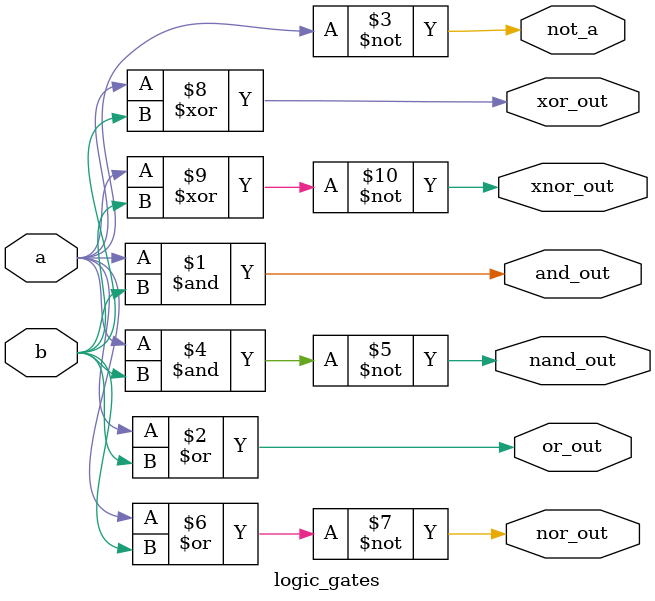
<source format=v>
module logic_gates(
input wire a,
input wire b,
output wire and_out,
output wire or_out,
output wire not_a,
output wire nand_out,
output wire nor_out,
output wire xor_out,
output wire xnor_out
);
 
 assign and_out = a & b;
 assign or_out = a|b;
 assign not_a = ~a;
 assign nand_out = ~(a&b);
 assign nor_out = ~(a|b);
 assign xor_out = a^b;
 assign xnor_out = ~(a^b);
 
 endmodule
</source>
